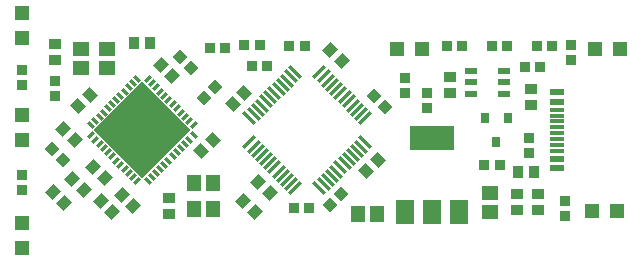
<source format=gbr>
%TF.GenerationSoftware,Altium Limited,Altium Designer,19.0.15 (446)*%
G04 Layer_Color=8421504*
%FSLAX45Y45*%
%MOMM*%
%TF.FileFunction,Paste,Top*%
%TF.Part,Single*%
G01*
G75*
%TA.AperFunction,SMDPad,CuDef*%
%ADD10R,1.00000X0.60000*%
%ADD11P,8.20244X4X360.0*%
G04:AMPARAMS|DCode=12|XSize=0.3mm|YSize=0.6mm|CornerRadius=0mm|HoleSize=0mm|Usage=FLASHONLY|Rotation=315.000|XOffset=0mm|YOffset=0mm|HoleType=Round|Shape=Rectangle|*
%AMROTATEDRECTD12*
4,1,4,-0.31820,-0.10607,0.10607,0.31820,0.31820,0.10607,-0.10607,-0.31820,-0.31820,-0.10607,0.0*
%
%ADD12ROTATEDRECTD12*%

G04:AMPARAMS|DCode=13|XSize=0.3mm|YSize=0.6mm|CornerRadius=0mm|HoleSize=0mm|Usage=FLASHONLY|Rotation=45.000|XOffset=0mm|YOffset=0mm|HoleType=Round|Shape=Rectangle|*
%AMROTATEDRECTD13*
4,1,4,0.10607,-0.31820,-0.31820,0.10607,-0.10607,0.31820,0.31820,-0.10607,0.10607,-0.31820,0.0*
%
%ADD13ROTATEDRECTD13*%

%ADD14R,1.20000X1.20000*%
%ADD15R,0.95000X0.85000*%
G04:AMPARAMS|DCode=16|XSize=0.3mm|YSize=1.4mm|CornerRadius=0mm|HoleSize=0mm|Usage=FLASHONLY|Rotation=135.000|XOffset=0mm|YOffset=0mm|HoleType=Round|Shape=Rectangle|*
%AMROTATEDRECTD16*
4,1,4,0.60104,0.38891,-0.38891,-0.60104,-0.60104,-0.38891,0.38891,0.60104,0.60104,0.38891,0.0*
%
%ADD16ROTATEDRECTD16*%

G04:AMPARAMS|DCode=17|XSize=0.3mm|YSize=1.4mm|CornerRadius=0mm|HoleSize=0mm|Usage=FLASHONLY|Rotation=45.000|XOffset=0mm|YOffset=0mm|HoleType=Round|Shape=Rectangle|*
%AMROTATEDRECTD17*
4,1,4,0.38891,-0.60104,-0.60104,0.38891,-0.38891,0.60104,0.60104,-0.38891,0.38891,-0.60104,0.0*
%
%ADD17ROTATEDRECTD17*%

%ADD18R,0.85000X0.95000*%
%ADD19R,1.00000X0.90000*%
%ADD20R,1.15000X1.40000*%
G04:AMPARAMS|DCode=21|XSize=0.95mm|YSize=0.85mm|CornerRadius=0mm|HoleSize=0mm|Usage=FLASHONLY|Rotation=135.000|XOffset=0mm|YOffset=0mm|HoleType=Round|Shape=Rectangle|*
%AMROTATEDRECTD21*
4,1,4,0.63640,-0.03535,0.03535,-0.63640,-0.63640,0.03535,-0.03535,0.63640,0.63640,-0.03535,0.0*
%
%ADD21ROTATEDRECTD21*%

G04:AMPARAMS|DCode=22|XSize=1mm|YSize=0.9mm|CornerRadius=0mm|HoleSize=0mm|Usage=FLASHONLY|Rotation=225.000|XOffset=0mm|YOffset=0mm|HoleType=Round|Shape=Rectangle|*
%AMROTATEDRECTD22*
4,1,4,0.03535,0.67175,0.67175,0.03535,-0.03535,-0.67175,-0.67175,-0.03535,0.03535,0.67175,0.0*
%
%ADD22ROTATEDRECTD22*%

G04:AMPARAMS|DCode=23|XSize=0.95mm|YSize=0.85mm|CornerRadius=0mm|HoleSize=0mm|Usage=FLASHONLY|Rotation=225.000|XOffset=0mm|YOffset=0mm|HoleType=Round|Shape=Rectangle|*
%AMROTATEDRECTD23*
4,1,4,0.03535,0.63640,0.63640,0.03535,-0.03535,-0.63640,-0.63640,-0.03535,0.03535,0.63640,0.0*
%
%ADD23ROTATEDRECTD23*%

%ADD24R,1.40000X1.15000*%
%ADD25R,0.90000X1.00000*%
%TA.AperFunction,ConnectorPad*%
%ADD26R,1.30000X0.60000*%
%ADD27R,1.30000X0.30000*%
%TA.AperFunction,SMDPad,CuDef*%
%ADD28R,0.80000X0.90000*%
%ADD29R,1.20000X1.20000*%
G04:AMPARAMS|DCode=30|XSize=1mm|YSize=0.9mm|CornerRadius=0mm|HoleSize=0mm|Usage=FLASHONLY|Rotation=135.000|XOffset=0mm|YOffset=0mm|HoleType=Round|Shape=Rectangle|*
%AMROTATEDRECTD30*
4,1,4,0.67175,-0.03535,0.03535,-0.67175,-0.67175,0.03535,-0.03535,0.67175,0.67175,-0.03535,0.0*
%
%ADD30ROTATEDRECTD30*%

%ADD31R,3.80000X2.00000*%
%ADD32R,1.50000X2.00000*%
%ADD33R,1.30000X1.40000*%
%ADD34R,1.40000X1.30000*%
D10*
X14234500Y7740400D02*
D03*
X13959500Y7550400D02*
D03*
Y7740400D02*
D03*
X14234500Y7645400D02*
D03*
Y7550400D02*
D03*
X13959500Y7645400D02*
D03*
D11*
X11176000Y7239000D02*
D03*
D12*
X11220194Y7672103D02*
D03*
X11255549Y7636748D02*
D03*
X11290905Y7601392D02*
D03*
X11326260Y7566037D02*
D03*
X11361616Y7530681D02*
D03*
X11396971Y7495326D02*
D03*
X11432326Y7459971D02*
D03*
X11467682Y7424616D02*
D03*
X11503037Y7389260D02*
D03*
X11538392Y7353905D02*
D03*
X11573747Y7318549D02*
D03*
X11609103Y7283194D02*
D03*
X11131806Y6805897D02*
D03*
X11096451Y6841253D02*
D03*
X11061095Y6876608D02*
D03*
X11025740Y6911963D02*
D03*
X10990385Y6947319D02*
D03*
X10955029Y6982674D02*
D03*
X10919674Y7018029D02*
D03*
X10884319Y7053384D02*
D03*
X10848963Y7088740D02*
D03*
X10813608Y7124095D02*
D03*
X10778253Y7159451D02*
D03*
X10742897Y7194806D02*
D03*
D13*
X11609103D02*
D03*
X11573747Y7159451D02*
D03*
X11538392Y7124095D02*
D03*
X11503037Y7088740D02*
D03*
X11467681Y7053384D02*
D03*
X11432326Y7018029D02*
D03*
X11396971Y6982674D02*
D03*
X11361615Y6947319D02*
D03*
X11326260Y6911963D02*
D03*
X11290905Y6876608D02*
D03*
X11255549Y6841253D02*
D03*
X11220194Y6805897D02*
D03*
X10742897Y7283194D02*
D03*
X10778253Y7318549D02*
D03*
X10813608Y7353905D02*
D03*
X10848963Y7389260D02*
D03*
X10884318Y7424616D02*
D03*
X10919674Y7459971D02*
D03*
X10955029Y7495326D02*
D03*
X10990384Y7530681D02*
D03*
X11025740Y7566037D02*
D03*
X11061095Y7601392D02*
D03*
X11096451Y7636748D02*
D03*
X11131806Y7672103D02*
D03*
D14*
X10160000Y6455000D02*
D03*
Y6245000D02*
D03*
Y8233000D02*
D03*
Y8023000D02*
D03*
Y7156000D02*
D03*
Y7366000D02*
D03*
D15*
Y6729500D02*
D03*
Y6859500D02*
D03*
X13589000Y7428000D02*
D03*
Y7558000D02*
D03*
X13398500Y7555000D02*
D03*
Y7685000D02*
D03*
X10160000Y7748500D02*
D03*
Y7618500D02*
D03*
X10439400Y7659600D02*
D03*
Y7529600D02*
D03*
X14452600Y7177000D02*
D03*
Y7047000D02*
D03*
X14752863Y6513600D02*
D03*
Y6643600D02*
D03*
X14808200Y7834400D02*
D03*
Y7964400D02*
D03*
D16*
X12081561Y7136470D02*
D03*
X12116916Y7101114D02*
D03*
X12152272Y7065759D02*
D03*
X12187627Y7030404D02*
D03*
X12222982Y6995048D02*
D03*
X12258338Y6959693D02*
D03*
X12293693Y6924337D02*
D03*
X12329048Y6888982D02*
D03*
X12364404Y6853627D02*
D03*
X12399759Y6818271D02*
D03*
X12435114Y6782916D02*
D03*
X12470470Y6747561D02*
D03*
X13064439Y7341531D02*
D03*
X13029083Y7376886D02*
D03*
X12993729Y7412241D02*
D03*
X12958372Y7447597D02*
D03*
X12923018Y7482952D02*
D03*
X12887663Y7518307D02*
D03*
X12852307Y7553663D02*
D03*
X12816953Y7589018D02*
D03*
X12781597Y7624373D02*
D03*
X12746241Y7659729D02*
D03*
X12710886Y7695084D02*
D03*
X12675531Y7730439D02*
D03*
D17*
Y6747561D02*
D03*
X12710886Y6782916D02*
D03*
X12746241Y6818271D02*
D03*
X12781597Y6853627D02*
D03*
X12816953Y6888982D02*
D03*
X12852307Y6924337D02*
D03*
X12887663Y6959693D02*
D03*
X12923018Y6995048D02*
D03*
X12958372Y7030403D02*
D03*
X12993729Y7065759D02*
D03*
X13029083Y7101114D02*
D03*
X13064439Y7136469D02*
D03*
X12470470Y7730439D02*
D03*
X12435114Y7695084D02*
D03*
X12399759Y7659729D02*
D03*
X12364404Y7624373D02*
D03*
X12329048Y7589018D02*
D03*
X12293693Y7553663D02*
D03*
X12258338Y7518307D02*
D03*
X12222982Y7482952D02*
D03*
X12187627Y7447596D02*
D03*
X12152272Y7412241D02*
D03*
X12116916Y7376886D02*
D03*
X12081561Y7341530D02*
D03*
D18*
X11876000Y7937500D02*
D03*
X11746000D02*
D03*
X12101600Y7785100D02*
D03*
X12231600D02*
D03*
X12457200Y6578600D02*
D03*
X12587200D02*
D03*
X12038100Y7962900D02*
D03*
X12168100D02*
D03*
X14413000Y7772400D02*
D03*
X14542999D02*
D03*
X14644600Y7950200D02*
D03*
X14514600D02*
D03*
X12549100D02*
D03*
X12419100D02*
D03*
X14070100Y6946900D02*
D03*
X14200101D02*
D03*
X14133600Y7950200D02*
D03*
X14263600D02*
D03*
X13752600D02*
D03*
X13882600D02*
D03*
D19*
X13779500Y7552500D02*
D03*
Y7687500D02*
D03*
X11404600Y6527800D02*
D03*
Y6662800D02*
D03*
X14465900Y7585900D02*
D03*
Y7450900D02*
D03*
X10439400Y7966900D02*
D03*
Y7831900D02*
D03*
X14350999Y6696900D02*
D03*
Y6561900D02*
D03*
X14528799Y6696900D02*
D03*
Y6561900D02*
D03*
D20*
X11776700Y6574200D02*
D03*
X11616700D02*
D03*
X11776700Y6794200D02*
D03*
X11616700D02*
D03*
D21*
X12768338Y6608838D02*
D03*
X12860262Y6700762D02*
D03*
X11701538Y7510538D02*
D03*
X11793462Y7602462D02*
D03*
D22*
X12125430Y6546641D02*
D03*
X12029970Y6642100D02*
D03*
X10512530Y6619770D02*
D03*
X10417070Y6715230D02*
D03*
X10823470Y6639030D02*
D03*
X10918930Y6543570D02*
D03*
X11426930Y7699270D02*
D03*
X11331470Y7794730D02*
D03*
X11001270Y6689830D02*
D03*
X11096730Y6594370D02*
D03*
X10677630Y6730116D02*
D03*
X10582170Y6825575D02*
D03*
X10759970Y6931130D02*
D03*
X10855430Y6835670D02*
D03*
X10601430Y7153170D02*
D03*
X10505970Y7248630D02*
D03*
X12156970Y6804130D02*
D03*
X12252430Y6708670D02*
D03*
X12862030Y7826270D02*
D03*
X12766570Y7921730D02*
D03*
D23*
X10502062Y6989838D02*
D03*
X10410138Y7081762D02*
D03*
X13228561Y7434338D02*
D03*
X13136638Y7526262D02*
D03*
X11498338Y7856462D02*
D03*
X11590262Y7764538D02*
D03*
D24*
X10659600Y7768600D02*
D03*
Y7928600D02*
D03*
X10879600Y7768600D02*
D03*
Y7928600D02*
D03*
D25*
X11243500Y7975600D02*
D03*
X11108500D02*
D03*
X14359700Y6883400D02*
D03*
X14494701D02*
D03*
D26*
X14684750Y7559000D02*
D03*
Y7479000D02*
D03*
Y6919000D02*
D03*
Y6999000D02*
D03*
D27*
Y7414000D02*
D03*
Y7364000D02*
D03*
Y7314000D02*
D03*
Y7264000D02*
D03*
Y7214000D02*
D03*
Y7164000D02*
D03*
Y7114000D02*
D03*
Y7064000D02*
D03*
D28*
X14268201Y7339000D02*
D03*
X14078200D02*
D03*
X14173199Y7139000D02*
D03*
D29*
X15192599Y6553200D02*
D03*
X14982600D02*
D03*
X15008000Y7924800D02*
D03*
X15217999D02*
D03*
X13331599D02*
D03*
X13541600D02*
D03*
D30*
X11674370Y7064270D02*
D03*
X11769830Y7159730D02*
D03*
X10728430Y7540730D02*
D03*
X10632970Y7445270D02*
D03*
X12036530Y7553430D02*
D03*
X11941070Y7457970D02*
D03*
X13071370Y6895920D02*
D03*
X13166830Y6991379D02*
D03*
D31*
X13627100Y7173000D02*
D03*
D32*
X13857100Y6543000D02*
D03*
X13627100D02*
D03*
X13397099D02*
D03*
D33*
X13161000Y6527800D02*
D03*
X13000999D02*
D03*
D34*
X14122400Y6549400D02*
D03*
Y6709400D02*
D03*
%TF.MD5,51af6eafeceabcb4e1341d45604f6069*%
M02*

</source>
